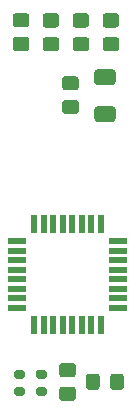
<source format=gtp>
G04 #@! TF.GenerationSoftware,KiCad,Pcbnew,5.1.9+dfsg1-1*
G04 #@! TF.CreationDate,2021-03-03T15:22:06-06:00*
G04 #@! TF.ProjectId,Nano SwinSIDb,4e616e6f-2053-4776-996e-534944622e6b,rev?*
G04 #@! TF.SameCoordinates,Original*
G04 #@! TF.FileFunction,Paste,Top*
G04 #@! TF.FilePolarity,Positive*
%FSLAX46Y46*%
G04 Gerber Fmt 4.6, Leading zero omitted, Abs format (unit mm)*
G04 Created by KiCad (PCBNEW 5.1.9+dfsg1-1) date 2021-03-03 15:22:06*
%MOMM*%
%LPD*%
G01*
G04 APERTURE LIST*
%ADD10R,0.550000X1.600000*%
%ADD11R,1.600000X0.550000*%
G04 APERTURE END LIST*
G36*
G01*
X101033000Y-113176000D02*
X100533000Y-113176000D01*
G75*
G02*
X100333000Y-112976000I0J200000D01*
G01*
X100333000Y-112576000D01*
G75*
G02*
X100533000Y-112376000I200000J0D01*
G01*
X101033000Y-112376000D01*
G75*
G02*
X101233000Y-112576000I0J-200000D01*
G01*
X101233000Y-112976000D01*
G75*
G02*
X101033000Y-113176000I-200000J0D01*
G01*
G37*
G36*
G01*
X101033000Y-114626000D02*
X100533000Y-114626000D01*
G75*
G02*
X100333000Y-114426000I0J200000D01*
G01*
X100333000Y-114026000D01*
G75*
G02*
X100533000Y-113826000I200000J0D01*
G01*
X101033000Y-113826000D01*
G75*
G02*
X101233000Y-114026000I0J-200000D01*
G01*
X101233000Y-114426000D01*
G75*
G02*
X101033000Y-114626000I-200000J0D01*
G01*
G37*
G36*
G01*
X99183000Y-113176000D02*
X98683000Y-113176000D01*
G75*
G02*
X98483000Y-112976000I0J200000D01*
G01*
X98483000Y-112576000D01*
G75*
G02*
X98683000Y-112376000I200000J0D01*
G01*
X99183000Y-112376000D01*
G75*
G02*
X99383000Y-112576000I0J-200000D01*
G01*
X99383000Y-112976000D01*
G75*
G02*
X99183000Y-113176000I-200000J0D01*
G01*
G37*
G36*
G01*
X99183000Y-114626000D02*
X98683000Y-114626000D01*
G75*
G02*
X98483000Y-114426000I0J200000D01*
G01*
X98483000Y-114026000D01*
G75*
G02*
X98683000Y-113826000I200000J0D01*
G01*
X99183000Y-113826000D01*
G75*
G02*
X99383000Y-114026000I0J-200000D01*
G01*
X99383000Y-114426000D01*
G75*
G02*
X99183000Y-114626000I-200000J0D01*
G01*
G37*
D10*
X105797000Y-108576000D03*
X104997000Y-108576000D03*
X104197000Y-108576000D03*
X103397000Y-108576000D03*
X102597000Y-108576000D03*
X101797000Y-108576000D03*
X100997000Y-108576000D03*
X100197000Y-108576000D03*
D11*
X98747000Y-107126000D03*
X98747000Y-106326000D03*
X98747000Y-105526000D03*
X98747000Y-104726000D03*
X98747000Y-103926000D03*
X98747000Y-103126000D03*
X98747000Y-102326000D03*
X98747000Y-101526000D03*
D10*
X100197000Y-100076000D03*
X100997000Y-100076000D03*
X101797000Y-100076000D03*
X102597000Y-100076000D03*
X103397000Y-100076000D03*
X104197000Y-100076000D03*
X104997000Y-100076000D03*
X105797000Y-100076000D03*
D11*
X107247000Y-101526000D03*
X107247000Y-102326000D03*
X107247000Y-103126000D03*
X107247000Y-103926000D03*
X107247000Y-104726000D03*
X107247000Y-105526000D03*
X107247000Y-106326000D03*
X107247000Y-107126000D03*
G36*
G01*
X103447001Y-115027000D02*
X102546999Y-115027000D01*
G75*
G02*
X102297000Y-114777001I0J249999D01*
G01*
X102297000Y-114076999D01*
G75*
G02*
X102546999Y-113827000I249999J0D01*
G01*
X103447001Y-113827000D01*
G75*
G02*
X103697000Y-114076999I0J-249999D01*
G01*
X103697000Y-114777001D01*
G75*
G02*
X103447001Y-115027000I-249999J0D01*
G01*
G37*
G36*
G01*
X103447001Y-113027000D02*
X102546999Y-113027000D01*
G75*
G02*
X102297000Y-112777001I0J249999D01*
G01*
X102297000Y-112076999D01*
G75*
G02*
X102546999Y-111827000I249999J0D01*
G01*
X103447001Y-111827000D01*
G75*
G02*
X103697000Y-112076999I0J-249999D01*
G01*
X103697000Y-112777001D01*
G75*
G02*
X103447001Y-113027000I-249999J0D01*
G01*
G37*
G36*
G01*
X103701001Y-90738000D02*
X102800999Y-90738000D01*
G75*
G02*
X102551000Y-90488001I0J249999D01*
G01*
X102551000Y-89787999D01*
G75*
G02*
X102800999Y-89538000I249999J0D01*
G01*
X103701001Y-89538000D01*
G75*
G02*
X103951000Y-89787999I0J-249999D01*
G01*
X103951000Y-90488001D01*
G75*
G02*
X103701001Y-90738000I-249999J0D01*
G01*
G37*
G36*
G01*
X103701001Y-88738000D02*
X102800999Y-88738000D01*
G75*
G02*
X102551000Y-88488001I0J249999D01*
G01*
X102551000Y-87787999D01*
G75*
G02*
X102800999Y-87538000I249999J0D01*
G01*
X103701001Y-87538000D01*
G75*
G02*
X103951000Y-87787999I0J-249999D01*
G01*
X103951000Y-88488001D01*
G75*
G02*
X103701001Y-88738000I-249999J0D01*
G01*
G37*
G36*
G01*
X106229999Y-82220000D02*
X107130001Y-82220000D01*
G75*
G02*
X107380000Y-82469999I0J-249999D01*
G01*
X107380000Y-83170001D01*
G75*
G02*
X107130001Y-83420000I-249999J0D01*
G01*
X106229999Y-83420000D01*
G75*
G02*
X105980000Y-83170001I0J249999D01*
G01*
X105980000Y-82469999D01*
G75*
G02*
X106229999Y-82220000I249999J0D01*
G01*
G37*
G36*
G01*
X106229999Y-84220000D02*
X107130001Y-84220000D01*
G75*
G02*
X107380000Y-84469999I0J-249999D01*
G01*
X107380000Y-85170001D01*
G75*
G02*
X107130001Y-85420000I-249999J0D01*
G01*
X106229999Y-85420000D01*
G75*
G02*
X105980000Y-85170001I0J249999D01*
G01*
X105980000Y-84469999D01*
G75*
G02*
X106229999Y-84220000I249999J0D01*
G01*
G37*
G36*
G01*
X104590001Y-83420000D02*
X103689999Y-83420000D01*
G75*
G02*
X103440000Y-83170001I0J249999D01*
G01*
X103440000Y-82469999D01*
G75*
G02*
X103689999Y-82220000I249999J0D01*
G01*
X104590001Y-82220000D01*
G75*
G02*
X104840000Y-82469999I0J-249999D01*
G01*
X104840000Y-83170001D01*
G75*
G02*
X104590001Y-83420000I-249999J0D01*
G01*
G37*
G36*
G01*
X104590001Y-85420000D02*
X103689999Y-85420000D01*
G75*
G02*
X103440000Y-85170001I0J249999D01*
G01*
X103440000Y-84469999D01*
G75*
G02*
X103689999Y-84220000I249999J0D01*
G01*
X104590001Y-84220000D01*
G75*
G02*
X104840000Y-84469999I0J-249999D01*
G01*
X104840000Y-85170001D01*
G75*
G02*
X104590001Y-85420000I-249999J0D01*
G01*
G37*
G36*
G01*
X98609999Y-82204000D02*
X99510001Y-82204000D01*
G75*
G02*
X99760000Y-82453999I0J-249999D01*
G01*
X99760000Y-83154001D01*
G75*
G02*
X99510001Y-83404000I-249999J0D01*
G01*
X98609999Y-83404000D01*
G75*
G02*
X98360000Y-83154001I0J249999D01*
G01*
X98360000Y-82453999D01*
G75*
G02*
X98609999Y-82204000I249999J0D01*
G01*
G37*
G36*
G01*
X98609999Y-84204000D02*
X99510001Y-84204000D01*
G75*
G02*
X99760000Y-84453999I0J-249999D01*
G01*
X99760000Y-85154001D01*
G75*
G02*
X99510001Y-85404000I-249999J0D01*
G01*
X98609999Y-85404000D01*
G75*
G02*
X98360000Y-85154001I0J249999D01*
G01*
X98360000Y-84453999D01*
G75*
G02*
X98609999Y-84204000I249999J0D01*
G01*
G37*
G36*
G01*
X105713000Y-112960999D02*
X105713000Y-113861001D01*
G75*
G02*
X105463001Y-114111000I-249999J0D01*
G01*
X104812999Y-114111000D01*
G75*
G02*
X104563000Y-113861001I0J249999D01*
G01*
X104563000Y-112960999D01*
G75*
G02*
X104812999Y-112711000I249999J0D01*
G01*
X105463001Y-112711000D01*
G75*
G02*
X105713000Y-112960999I0J-249999D01*
G01*
G37*
G36*
G01*
X107763000Y-112960999D02*
X107763000Y-113861001D01*
G75*
G02*
X107513001Y-114111000I-249999J0D01*
G01*
X106862999Y-114111000D01*
G75*
G02*
X106613000Y-113861001I0J249999D01*
G01*
X106613000Y-112960999D01*
G75*
G02*
X106862999Y-112711000I249999J0D01*
G01*
X107513001Y-112711000D01*
G75*
G02*
X107763000Y-112960999I0J-249999D01*
G01*
G37*
G36*
G01*
X105521999Y-90092500D02*
X106822001Y-90092500D01*
G75*
G02*
X107072000Y-90342499I0J-249999D01*
G01*
X107072000Y-91167501D01*
G75*
G02*
X106822001Y-91417500I-249999J0D01*
G01*
X105521999Y-91417500D01*
G75*
G02*
X105272000Y-91167501I0J249999D01*
G01*
X105272000Y-90342499D01*
G75*
G02*
X105521999Y-90092500I249999J0D01*
G01*
G37*
G36*
G01*
X105521999Y-86967500D02*
X106822001Y-86967500D01*
G75*
G02*
X107072000Y-87217499I0J-249999D01*
G01*
X107072000Y-88042501D01*
G75*
G02*
X106822001Y-88292500I-249999J0D01*
G01*
X105521999Y-88292500D01*
G75*
G02*
X105272000Y-88042501I0J249999D01*
G01*
X105272000Y-87217499D01*
G75*
G02*
X105521999Y-86967500I249999J0D01*
G01*
G37*
G36*
G01*
X102050001Y-83420000D02*
X101149999Y-83420000D01*
G75*
G02*
X100900000Y-83170001I0J249999D01*
G01*
X100900000Y-82469999D01*
G75*
G02*
X101149999Y-82220000I249999J0D01*
G01*
X102050001Y-82220000D01*
G75*
G02*
X102300000Y-82469999I0J-249999D01*
G01*
X102300000Y-83170001D01*
G75*
G02*
X102050001Y-83420000I-249999J0D01*
G01*
G37*
G36*
G01*
X102050001Y-85420000D02*
X101149999Y-85420000D01*
G75*
G02*
X100900000Y-85170001I0J249999D01*
G01*
X100900000Y-84469999D01*
G75*
G02*
X101149999Y-84220000I249999J0D01*
G01*
X102050001Y-84220000D01*
G75*
G02*
X102300000Y-84469999I0J-249999D01*
G01*
X102300000Y-85170001D01*
G75*
G02*
X102050001Y-85420000I-249999J0D01*
G01*
G37*
M02*

</source>
